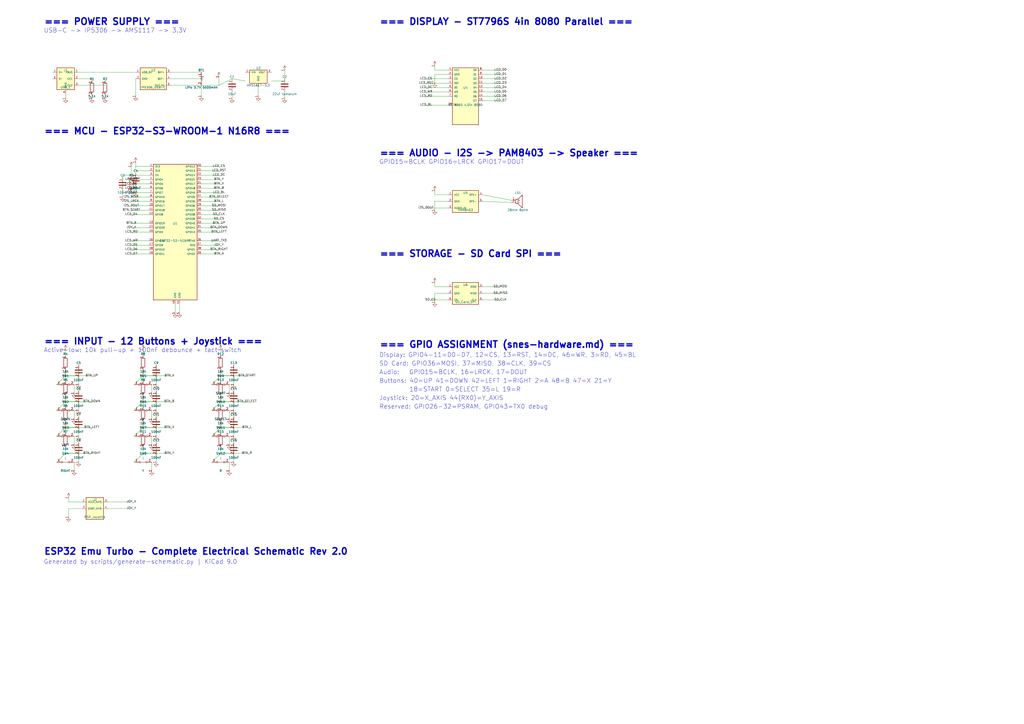
<source format=kicad_sch>
(kicad_sch (version 20231120) (generator "eeschema") (generator_version "9.0")
  (paper "A2")
  (lib_symbols
    (symbol "ESP32-S3-WROOM-1" (pin_names (offset 1.016))
      (property "Reference" "U" (at 0 40.64 0))
      (property "Value" "ESP32-S3-WROOM-1-N16R8" (at 0 -40.64 0))
      (symbol "ESP32-S3-WROOM-1_0_1"
        (rectangle (start -12.7 39.37) (end 12.7 -39.37) (stroke (width 0.254)) (fill (type background)))
      )
      (symbol "ESP32-S3-WROOM-1_1_1"
        (pin power_in line (at -15.24 38.1 0) (length 2.54) (name "3V3") (number "1"))
        (pin power_in line (at -15.24 35.56 0) (length 2.54) (name "3V3") (number "2"))
        (pin input line (at -15.24 33.02 0) (length 2.54) (name "EN") (number "3"))
        (pin bidirectional line (at -15.24 30.48 0) (length 2.54) (name "GPIO4") (number "4"))
        (pin bidirectional line (at -15.24 27.94 0) (length 2.54) (name "GPIO5") (number "5"))
        (pin bidirectional line (at -15.24 25.4 0) (length 2.54) (name "GPIO6") (number "6"))
        (pin bidirectional line (at -15.24 22.86 0) (length 2.54) (name "GPIO7") (number "7"))
        (pin bidirectional line (at -15.24 20.32 0) (length 2.54) (name "GPIO15") (number "8"))
        (pin bidirectional line (at -15.24 17.78 0) (length 2.54) (name "GPIO16") (number "9"))
        (pin bidirectional line (at -15.24 15.24 0) (length 2.54) (name "GPIO17") (number "10"))
        (pin bidirectional line (at -15.24 12.7 0) (length 2.54) (name "GPIO18") (number "11"))
        (pin bidirectional line (at -15.24 10.16 0) (length 2.54) (name "GPIO8") (number "12"))
        (pin bidirectional line (at -15.24 5.08 0) (length 2.54) (name "GPIO19") (number "13"))
        (pin bidirectional line (at -15.24 2.54 0) (length 2.54) (name "GPIO20") (number "14"))
        (pin bidirectional line (at -15.24 0 0) (length 2.54) (name "GPIO3") (number "15"))
        (pin bidirectional line (at -15.24 -5.08 0) (length 2.54) (name "GPIO46") (number "16"))
        (pin bidirectional line (at -15.24 -7.62 0) (length 2.54) (name "GPIO9") (number "17"))
        (pin bidirectional line (at -15.24 -10.16 0) (length 2.54) (name "GPIO10") (number "18"))
        (pin bidirectional line (at -15.24 -12.7 0) (length 2.54) (name "GPIO11") (number "19"))
        (pin bidirectional line (at 15.24 38.1 180) (length 2.54) (name "GPIO12") (number "20"))
        (pin bidirectional line (at 15.24 35.56 180) (length 2.54) (name "GPIO13") (number "21"))
        (pin bidirectional line (at 15.24 33.02 180) (length 2.54) (name "GPIO14") (number "22"))
        (pin bidirectional line (at 15.24 30.48 180) (length 2.54) (name "GPIO21") (number "23"))
        (pin bidirectional line (at 15.24 27.94 180) (length 2.54) (name "GPIO47") (number "24"))
        (pin bidirectional line (at 15.24 25.4 180) (length 2.54) (name "GPIO48") (number "25"))
        (pin bidirectional line (at 15.24 22.86 180) (length 2.54) (name "GPIO45") (number "26"))
        (pin bidirectional line (at 15.24 20.32 180) (length 2.54) (name "GPIO0") (number "27"))
        (pin bidirectional line (at 15.24 17.78 180) (length 2.54) (name "GPIO35") (number "28"))
        (pin bidirectional line (at 15.24 15.24 180) (length 2.54) (name "GPIO36") (number "29"))
        (pin bidirectional line (at 15.24 12.7 180) (length 2.54) (name "GPIO37") (number "30"))
        (pin bidirectional line (at 15.24 10.16 180) (length 2.54) (name "GPIO38") (number "31"))
        (pin bidirectional line (at 15.24 7.62 180) (length 2.54) (name "GPIO39") (number "32"))
        (pin bidirectional line (at 15.24 5.08 180) (length 2.54) (name "GPIO40") (number "33"))
        (pin bidirectional line (at 15.24 2.54 180) (length 2.54) (name "GPIO41") (number "34"))
        (pin bidirectional line (at 15.24 0 180) (length 2.54) (name "GPIO42") (number "35"))
        (pin bidirectional line (at 15.24 -5.08 180) (length 2.54) (name "TX0") (number "36"))
        (pin bidirectional line (at 15.24 -7.62 180) (length 2.54) (name "RX0") (number "37"))
        (pin bidirectional line (at 15.24 -10.16 180) (length 2.54) (name "GPIO1") (number "38"))
        (pin bidirectional line (at 15.24 -12.7 180) (length 2.54) (name "GPIO2") (number "39"))
        (pin power_in line (at 0 -41.91 90) (length 2.54) (name "GND") (number "40"))
        (pin power_in line (at 2.54 -41.91 90) (length 2.54) (name "GND") (number "41"))
      )
    )
    (symbol "AMS1117-3.3" (pin_names (offset 1.016))
      (property "Reference" "U" (at 0 5.08 0))
      (property "Value" "AMS1117-3.3" (at 0 -5.08 0))
      (symbol "AMS1117-3.3_0_1"
        (rectangle (start -5.08 3.81) (end 5.08 -3.81) (stroke (width 0.254)) (fill (type background)))
      )
      (symbol "AMS1117-3.3_1_1"
        (pin power_in line (at -7.62 2.54 0) (length 2.54) (name "VIN") (number "1"))
        (pin power_in line (at 0 -6.35 90) (length 2.54) (name "GND") (number "2"))
        (pin power_out line (at 7.62 2.54 180) (length 2.54) (name "VOUT") (number "3"))
      )
    )
    (symbol "C" (pin_names (offset 0.254) hide)
      (property "Reference" "C" (at 0.635 2.54 0))
      (property "Value" "C" (at 0.635 -2.54 0))
      (symbol "C_0_1"
        (polyline (pts (xy -2.032 -0.762) (xy 2.032 -0.762)) (stroke (width 0.508)))
        (polyline (pts (xy -2.032 0.762) (xy 2.032 0.762)) (stroke (width 0.508)))
      )
      (symbol "C_1_1"
        (pin passive line (at 0 3.81 270) (length 3.048) (name "~") (number "1"))
        (pin passive line (at 0 -3.81 90) (length 3.048) (name "~") (number "2"))
      )
    )
    (symbol "R" (pin_names (offset 0) hide)
      (property "Reference" "R" (at 2.032 0 90))
      (property "Value" "R" (at -1.778 0 90))
      (symbol "R_0_1"
        (rectangle (start -1.016 -2.54) (end 1.016 2.54) (stroke (width 0.254)))
      )
      (symbol "R_1_1"
        (pin passive line (at 0 3.81 270) (length 1.27) (name "~") (number "1"))
        (pin passive line (at 0 -3.81 90) (length 1.27) (name "~") (number "2"))
      )
    )
    (symbol "SW_Push" (pin_names (offset 1.016) hide)
      (property "Reference" "SW" (at 1.27 2.54 0))
      (property "Value" "SW_Push" (at 0 -1.524 0))
      (symbol "SW_Push_0_1"
        (circle (center -2.032 0) (radius 0.508))
        (circle (center 2.032 0) (radius 0.508))
        (polyline (pts (xy 0 1.524) (xy 0 3.048)))
        (polyline (pts (xy -2.54 0) (xy 2.54 0)))
      )
      (symbol "SW_Push_1_1"
        (pin passive line (at -5.08 0 0) (length 2.54) (name "1") (number "1"))
        (pin passive line (at 5.08 0 180) (length 2.54) (name "2") (number "2"))
      )
    )
    (symbol "IP5306_Module" (pin_names (offset 1.016))
      (property "Reference" "U" (at 0 7.62 0))
      (property "Value" "IP5306_USB-C_Module" (at 0 -7.62 0))
      (symbol "IP5306_Module_0_1"
        (rectangle (start -7.62 6.35) (end 7.62 -6.35) (stroke (width 0.254)) (fill (type background)))
      )
      (symbol "IP5306_Module_1_1"
        (pin power_in line (at -10.16 3.81 0) (length 2.54) (name "USB_5V") (number "1"))
        (pin power_in line (at -10.16 0 0) (length 2.54) (name "GND") (number "2"))
        (pin bidirectional line (at 10.16 3.81 180) (length 2.54) (name "BAT+") (number "3"))
        (pin bidirectional line (at 10.16 0 180) (length 2.54) (name "BAT-") (number "4"))
        (pin power_out line (at 10.16 -3.81 180) (length 2.54) (name "OUT_5V") (number "5"))
      )
    )
    (symbol "PAM8403_Module" (pin_names (offset 1.016))
      (property "Reference" "U" (at 0 7.62 0))
      (property "Value" "PAM8403" (at 0 -7.62 0))
      (symbol "PAM8403_Module_0_1"
        (rectangle (start -7.62 6.35) (end 7.62 -6.35) (stroke (width 0.254)) (fill (type background)))
      )
      (symbol "PAM8403_Module_1_1"
        (pin power_in line (at -10.16 3.81 0) (length 2.54) (name "VCC") (number "1"))
        (pin power_in line (at -10.16 0 0) (length 2.54) (name "GND") (number "2"))
        (pin input line (at -10.16 -3.81 0) (length 2.54) (name "AUDIO_IN") (number "3"))
        (pin output line (at 10.16 3.81 180) (length 2.54) (name "SPK+") (number "4"))
        (pin output line (at 10.16 0 180) (length 2.54) (name "SPK-") (number "5"))
      )
    )
    (symbol "SD_Module" (pin_names (offset 1.016))
      (property "Reference" "U" (at 0 7.62 0))
      (property "Value" "SD_Card_SPI" (at 0 -7.62 0))
      (symbol "SD_Module_0_1"
        (rectangle (start -7.62 6.35) (end 7.62 -6.35) (stroke (width 0.254)) (fill (type background)))
      )
      (symbol "SD_Module_1_1"
        (pin power_in line (at -10.16 3.81 0) (length 2.54) (name "VCC") (number "1"))
        (pin power_in line (at -10.16 0 0) (length 2.54) (name "GND") (number "2"))
        (pin input line (at 10.16 3.81 180) (length 2.54) (name "MOSI") (number "3"))
        (pin output line (at 10.16 0 180) (length 2.54) (name "MISO") (number "4"))
        (pin input line (at 10.16 -3.81 180) (length 2.54) (name "CLK") (number "5"))
        (pin input line (at -10.16 -3.81 0) (length 2.54) (name "CS") (number "6"))
      )
    )
    (symbol "ST7796S_Module" (pin_names (offset 1.016))
      (property "Reference" "U" (at 0 17.78 0))
      (property "Value" "ST7796S_4.0_8080" (at 0 -17.78 0))
      (symbol "ST7796S_Module_0_1"
        (rectangle (start -7.62 16.51) (end 7.62 -16.51) (stroke (width 0.254)) (fill (type background)))
      )
      (symbol "ST7796S_Module_1_1"
        (pin power_in line (at -10.16 15.24 0) (length 2.54) (name "VCC") (number "1"))
        (pin power_in line (at -10.16 12.7 0) (length 2.54) (name "GND") (number "2"))
        (pin input line (at -10.16 10.16 0) (length 2.54) (name "CS") (number "3"))
        (pin input line (at -10.16 7.62 0) (length 2.54) (name "RST") (number "4"))
        (pin input line (at -10.16 5.08 0) (length 2.54) (name "DC") (number "5"))
        (pin input line (at -10.16 2.54 0) (length 2.54) (name "WR") (number "6"))
        (pin input line (at -10.16 0 0) (length 2.54) (name "RD") (number "7"))
        (pin bidirectional line (at 10.16 15.24 180) (length 2.54) (name "D0") (number "8"))
        (pin bidirectional line (at 10.16 12.7 180) (length 2.54) (name "D1") (number "9"))
        (pin bidirectional line (at 10.16 10.16 180) (length 2.54) (name "D2") (number "10"))
        (pin bidirectional line (at 10.16 7.62 180) (length 2.54) (name "D3") (number "11"))
        (pin bidirectional line (at 10.16 5.08 180) (length 2.54) (name "D4") (number "12"))
        (pin bidirectional line (at 10.16 2.54 180) (length 2.54) (name "D5") (number "13"))
        (pin bidirectional line (at 10.16 0 180) (length 2.54) (name "D6") (number "14"))
        (pin bidirectional line (at 10.16 -2.54 180) (length 2.54) (name "D7") (number "15"))
        (pin input line (at -10.16 -5.08 0) (length 2.54) (name "BL") (number "16"))
      )
    )
    (symbol "Battery" (pin_names (offset 1.016))
      (property "Reference" "BT" (at 2.54 2.54 0))
      (property "Value" "LiPo" (at 0 -5.08 0))
      (symbol "Battery_0_1"
        (polyline (pts (xy -1.27 1.27) (xy 1.27 1.27)) (stroke (width 0.254)))
        (polyline (pts (xy -0.635 0.254) (xy 0.635 0.254)) (stroke (width 0.254)))
      )
      (symbol "Battery_1_1"
        (pin passive line (at 0 3.81 270) (length 2.54) (name "+") (number "1"))
        (pin passive line (at 0 -3.81 90) (length 2.54) (name "-") (number "2"))
      )
    )
    (symbol "USB_C" (pin_names (offset 1.016))
      (property "Reference" "J" (at 0 7.62 0))
      (property "Value" "USB_C" (at 0 -7.62 0))
      (symbol "USB_C_0_1"
        (rectangle (start -5.08 6.35) (end 5.08 -6.35) (stroke (width 0.254)) (fill (type background)))
      )
      (symbol "USB_C_1_1"
        (pin power_out line (at 7.62 3.81 180) (length 2.54) (name "VBUS") (number "1"))
        (pin passive line (at 7.62 0 180) (length 2.54) (name "CC1") (number "2"))
        (pin passive line (at 7.62 -3.81 180) (length 2.54) (name "CC2") (number "3"))
        (pin bidirectional line (at -7.62 3.81 0) (length 2.54) (name "D+") (number "4"))
        (pin bidirectional line (at -7.62 0 0) (length 2.54) (name "D-") (number "5"))
        (pin power_in line (at 0 -8.89 90) (length 2.54) (name "GND") (number "6"))
      )
    )
    (symbol "Speaker" (pin_names (offset 1.016))
      (property "Reference" "LS" (at 2.54 2.54 0))
      (property "Value" "Speaker" (at 0 -5.08 0))
      (symbol "Speaker_0_1"
        (rectangle (start -1.27 1.27) (end 0 -1.27) (stroke (width 0.254)))
        (polyline (pts (xy 0 1.27) (xy 2.54 3.81) (xy 2.54 -3.81) (xy 0 -1.27)) (stroke (width 0.254)))
      )
      (symbol "Speaker_1_1"
        (pin passive line (at -3.81 0.635 0) (length 2.54) (name "+") (number "1"))
        (pin passive line (at -3.81 -0.635 0) (length 2.54) (name "-") (number "2"))
      )
    )
    (symbol "PSP_Joystick" (pin_names (offset 1.016))
      (property "Reference" "J" (at 0 7.62 0))
      (property "Value" "PSP_Joystick" (at 0 -7.62 0))
      (symbol "PSP_Joystick_0_1"
        (rectangle (start -5.08 6.35) (end 5.08 -6.35) (stroke (width 0.254)) (fill (type background)))
      )
      (symbol "PSP_Joystick_1_1"
        (pin power_in line (at -7.62 3.81 0) (length 2.54) (name "VCC") (number "1"))
        (pin power_in line (at -7.62 0 0) (length 2.54) (name "GND") (number "2"))
        (pin output line (at 7.62 3.81 180) (length 2.54) (name "X_AXIS") (number "3"))
        (pin output line (at 7.62 0 180) (length 2.54) (name "Y_AXIS") (number "4"))
      )
    )
    (symbol "PWR_FLAG" (pin_names (offset 0) hide) (in_bom no) (on_board no)
      (property "Value" "PWR_FLAG" (at 0 3.81 0))
      (symbol "PWR_FLAG_0_0"
        (pin power_out line (at 0 0 90) (length 0) (name "pwr") (number "1"))
      )
    )
    (symbol "GND" (pin_names (offset 0) hide) (in_bom no) (on_board no)
      (property "Value" "GND" (at 0 -3.81 0))
      (symbol "GND_0_1"
        (polyline (pts (xy 0 0) (xy 0 -1.27) (xy 1.27 -1.27) (xy 0 -2.54) (xy -1.27 -1.27) (xy 0 -1.27)))
      )
      (symbol "GND_1_1"
        (pin power_in line (at 0 0 270) (length 0) (name "GND") (number "1"))
      )
    )
    (symbol "+3V3" (pin_names (offset 0) hide) (in_bom no) (on_board no)
      (property "Value" "+3V3" (at 0 3.81 0))
      (symbol "+3V3_0_1"
        (polyline (pts (xy -0.762 1.27) (xy 0 2.54)))
        (polyline (pts (xy 0 0) (xy 0 2.54)))
        (polyline (pts (xy 0 2.54) (xy 0.762 1.27)))
      )
      (symbol "+3V3_1_1"
        (pin power_in line (at 0 0 90) (length 0) (name "+3V3") (number "1"))
      )
    )
    (symbol "+5V" (pin_names (offset 0) hide) (in_bom no) (on_board no)
      (property "Value" "+5V" (at 0 3.81 0))
      (symbol "+5V_0_1"
        (polyline (pts (xy -0.762 1.27) (xy 0 2.54)))
        (polyline (pts (xy 0 0) (xy 0 2.54)))
        (polyline (pts (xy 0 2.54) (xy 0.762 1.27)))
      )
      (symbol "+5V_1_1"
        (pin power_in line (at 0 0 90) (length 0) (name "+5V") (number "1"))
      )
    )
  )
  (text "=== POWER SUPPLY ===" (at 25.4 12.7 0) (effects (font (size 3.81 3.81) bold) (justify left)))
  (text "USB-C -> IP5306 -> AMS1117 -> 3.3V" (at 25.4 17.78 0) (effects (font (size 2.54 2.54)) (justify left)))
  (symbol (lib_id "USB_C") (at 38.1 45.72 0) (unit 1)
    (property "Reference" "J1" (at 38.1 40.72 0))
    (property "Value" "USB_C" (at 38.1 50.72 0))
  )
  (symbol (lib_id "R") (at 53.34 50.8 0) (unit 1)
    (property "Reference" "R1" (at 53.34 45.8 0))
    (property "Value" "5.1k" (at 53.34 55.8 0))
  )
  (symbol (lib_id "R") (at 60.96 50.8 0) (unit 1)
    (property "Reference" "R2" (at 60.96 45.8 0))
    (property "Value" "5.1k" (at 60.96 55.8 0))
  )
  (wire (pts (xy 45.72 45.72) (xy 53.34 45.72)))
  (wire (pts (xy 53.34 45.72) (xy 53.34 46.99)))
  (wire (pts (xy 45.72 49.53) (xy 60.96 49.53)))
  (wire (pts (xy 60.96 49.53) (xy 60.96 46.99)))
  (symbol (lib_id "GND") (at 53.34 57.15 0) (unit 1) (in_bom no) (on_board no)
    (property "Reference" "#PWR001" (effects hide))
    (property "Value" "GND" (effects hide))
  )
  (wire (pts (xy 53.34 54.61) (xy 53.34 57.15)))
  (symbol (lib_id "GND") (at 60.96 57.15 0) (unit 1) (in_bom no) (on_board no)
    (property "Reference" "#PWR002" (effects hide))
    (property "Value" "GND" (effects hide))
  )
  (wire (pts (xy 60.96 54.61) (xy 60.96 57.15)))
  (symbol (lib_id "GND") (at 38.1 57.15 0) (unit 1) (in_bom no) (on_board no)
    (property "Reference" "#PWR003" (effects hide))
    (property "Value" "GND" (effects hide))
  )
  (wire (pts (xy 38.1 54.61) (xy 38.1 57.15)))
  (wire (pts (xy 45.72 41.91) (xy 78.74 41.91)))
  (symbol (lib_id "IP5306_Module") (at 88.9 45.72 0) (unit 1)
    (property "Reference" "U2" (at 88.9 40.72 0))
    (property "Value" "IP5306_USB-C" (at 88.9 50.72 0))
  )
  (symbol (lib_id "GND") (at 78.74 55.88 0) (unit 1) (in_bom no) (on_board no)
    (property "Reference" "#PWR004" (effects hide))
    (property "Value" "GND" (effects hide))
  )
  (wire (pts (xy 78.74 45.72) (xy 78.74 55.88)))
  (symbol (lib_id "Battery") (at 116.84 45.72 0) (unit 1)
    (property "Reference" "BT1" (at 116.84 40.72 0))
    (property "Value" "LiPo 3.7V 5000mAh" (at 116.84 50.72 0))
  )
  (wire (pts (xy 99.06 41.91) (xy 116.84 41.91)))
  (wire (pts (xy 116.84 41.91) (xy 116.84 41.91)))
  (wire (pts (xy 99.06 45.72) (xy 116.84 45.72)))
  (symbol (lib_id "GND") (at 116.84 55.88 0) (unit 1) (in_bom no) (on_board no)
    (property "Reference" "#PWR005" (effects hide))
    (property "Value" "GND" (effects hide))
  )
  (wire (pts (xy 116.84 49.53) (xy 116.84 55.88)))
  (wire (pts (xy 99.06 49.53) (xy 127 49.53)))
  (symbol (lib_id "+5V") (at 127 44.45 0) (unit 1) (in_bom no) (on_board no)
    (property "Reference" "#PWR006" (effects hide))
    (property "Value" "+5V" (effects hide))
  )
  (wire (pts (xy 127 44.45) (xy 127 49.53)))
  (symbol (lib_id "C") (at 134.62 49.53 0) (unit 1)
    (property "Reference" "C1" (at 134.62 44.53 0))
    (property "Value" "10uF" (at 134.62 54.53 0))
  )
  (wire (pts (xy 127 49.53) (xy 134.62 45.72)))
  (symbol (lib_id "GND") (at 134.62 57.15 0) (unit 1) (in_bom no) (on_board no)
    (property "Reference" "#PWR007" (effects hide))
    (property "Value" "GND" (effects hide))
  )
  (wire (pts (xy 134.62 53.34) (xy 134.62 57.15)))
  (symbol (lib_id "AMS1117-3.3") (at 149.86 44.45 0) (unit 1)
    (property "Reference" "U3" (at 149.86 39.45 0))
    (property "Value" "AMS1117-3.3" (at 149.86 49.45 0))
  )
  (wire (pts (xy 134.62 45.72) (xy 142.24 46.99)))
  (symbol (lib_id "GND") (at 149.86 55.88 0) (unit 1) (in_bom no) (on_board no)
    (property "Reference" "#PWR008" (effects hide))
    (property "Value" "GND" (effects hide))
  )
  (wire (pts (xy 149.86 50.8) (xy 149.86 55.88)))
  (symbol (lib_id "C") (at 165.1 49.53 0) (unit 1)
    (property "Reference" "C2" (at 165.1 44.53 0))
    (property "Value" "22uF tantalum" (at 165.1 54.53 0))
  )
  (wire (pts (xy 157.48 46.99) (xy 165.1 46.99)))
  (wire (pts (xy 165.1 46.99) (xy 165.1 45.72)))
  (symbol (lib_id "GND") (at 165.1 57.15 0) (unit 1) (in_bom no) (on_board no)
    (property "Reference" "#PWR009" (effects hide))
    (property "Value" "GND" (effects hide))
  )
  (wire (pts (xy 165.1 53.34) (xy 165.1 57.15)))
  (symbol (lib_id "+3V3") (at 165.1 40.64 0) (unit 1) (in_bom no) (on_board no)
    (property "Reference" "#PWR010" (effects hide))
    (property "Value" "+3V3" (effects hide))
  )
  (wire (pts (xy 165.1 40.64) (xy 165.1 45.72)))
  (text "=== MCU - ESP32-S3-WROOM-1 N16R8 ===" (at 25.4 76.2 0) (effects (font (size 3.81 3.81) bold) (justify left)))
  (symbol (lib_id "ESP32-S3-WROOM-1") (at 101.6 134.62 0) (unit 1)
    (property "Reference" "U1" (at 101.6 129.62 0))
    (property "Value" "ESP32-S3-N16R8" (at 101.6 139.62 0))
  )
  (wire (pts (xy 86.36 96.52000000000001) (xy 78.74 96.52000000000001)))
  (symbol (lib_id "+3V3") (at 78.74 93.98 0) (unit 1) (in_bom no) (on_board no)
    (property "Reference" "#PWR011" (effects hide))
    (property "Value" "+3V3" (effects hide))
  )
  (wire (pts (xy 78.74 93.98) (xy 78.74 96.52000000000001)))
  (wire (pts (xy 86.36 99.06) (xy 78.74 99.06)))
  (wire (pts (xy 78.74 96.52000000000001) (xy 78.74 99.06)))
  (symbol (lib_id "R") (at 76.2 106.68 0) (unit 1)
    (property "Reference" "R3" (at 76.2 101.68 0))
    (property "Value" "10k" (at 76.2 111.68 0))
  )
  (wire (pts (xy 86.36 101.6) (xy 76.2 101.6)))
  (wire (pts (xy 76.2 101.6) (xy 76.2 102.87)))
  (symbol (lib_id "+3V3") (at 76.2 96.52000000000001 0) (unit 1) (in_bom no) (on_board no)
    (property "Reference" "#PWR012" (effects hide))
    (property "Value" "+3V3" (effects hide))
  )
  (wire (pts (xy 76.2 96.52000000000001) (xy 76.2 110.49000000000001)))
  (symbol (lib_id "C") (at 71.12 106.68 0) (unit 1)
    (property "Reference" "C3" (at 71.12 101.68 0))
    (property "Value" "100nF" (at 71.12 111.68 0))
  )
  (wire (pts (xy 76.2 101.6) (xy 71.12 101.6)))
  (wire (pts (xy 71.12 101.6) (xy 71.12 110.49000000000001)))
  (symbol (lib_id "GND") (at 71.12 114.30000000000001 0) (unit 1) (in_bom no) (on_board no)
    (property "Reference" "#PWR013" (effects hide))
    (property "Value" "GND" (effects hide))
  )
  (wire (pts (xy 71.12 110.49000000000001) (xy 71.12 114.30000000000001)))
  (symbol (lib_id "C") (at 78.74 104.14 0) (unit 1)
    (property "Reference" "C4" (at 78.74 99.14 0))
    (property "Value" "100nF" (at 78.74 109.14 0))
  )
  (symbol (lib_id "GND") (at 78.74 111.76 0) (unit 1) (in_bom no) (on_board no)
    (property "Reference" "#PWR014" (effects hide))
    (property "Value" "GND" (effects hide))
  )
  (wire (pts (xy 78.74 107.95) (xy 78.74 111.76)))
  (wire (pts (xy 101.6 176.53) (xy 101.6 181.61)))
  (symbol (lib_id "GND") (at 101.6 181.61 0) (unit 1) (in_bom no) (on_board no)
    (property "Reference" "#PWR015" (effects hide))
    (property "Value" "GND" (effects hide))
  )
  (wire (pts (xy 104.14 176.53) (xy 104.14 181.61)))
  (symbol (lib_id "GND") (at 104.14 181.61 0) (unit 1) (in_bom no) (on_board no)
    (property "Reference" "#PWR016" (effects hide))
    (property "Value" "GND" (effects hide))
  )
  (wire (pts (xy 86.36 104.14) (xy 76.2 104.14)))
  (label "LCD_D0" (at 76.2 104.14 180))
  (wire (pts (xy 86.36 106.68) (xy 76.2 106.68)))
  (label "LCD_D1" (at 76.2 106.68 180))
  (wire (pts (xy 86.36 109.22) (xy 76.2 109.22)))
  (label "LCD_D2" (at 76.2 109.22 180))
  (wire (pts (xy 86.36 111.76) (xy 76.2 111.76)))
  (label "LCD_D3" (at 76.2 111.76 180))
  (wire (pts (xy 86.36 114.30000000000001) (xy 76.2 114.30000000000001)))
  (label "I2S_BCLK" (at 76.2 114.30000000000001 180))
  (wire (pts (xy 86.36 116.84) (xy 76.2 116.84)))
  (label "I2S_LRCK" (at 76.2 116.84 180))
  (wire (pts (xy 86.36 119.38000000000001) (xy 76.2 119.38000000000001)))
  (label "I2S_DOUT" (at 76.2 119.38000000000001 180))
  (wire (pts (xy 86.36 121.92) (xy 76.2 121.92)))
  (label "BTN_START" (at 76.2 121.92 180))
  (wire (pts (xy 86.36 124.46000000000001) (xy 76.2 124.46000000000001)))
  (label "LCD_D4" (at 76.2 124.46000000000001 180))
  (wire (pts (xy 86.36 129.54) (xy 76.2 129.54)))
  (label "BTN_R" (at 76.2 129.54 180))
  (wire (pts (xy 86.36 132.08) (xy 76.2 132.08)))
  (label "JOY_X" (at 76.2 132.08 180))
  (wire (pts (xy 86.36 134.62) (xy 76.2 134.62)))
  (label "LCD_RD" (at 76.2 134.62 180))
  (wire (pts (xy 86.36 139.70000000000002) (xy 76.2 139.70000000000002)))
  (label "LCD_WR" (at 76.2 139.70000000000002 180))
  (wire (pts (xy 86.36 142.24) (xy 76.2 142.24)))
  (label "LCD_D5" (at 76.2 142.24 180))
  (wire (pts (xy 86.36 144.78) (xy 76.2 144.78)))
  (label "LCD_D6" (at 76.2 144.78 180))
  (wire (pts (xy 86.36 147.32) (xy 76.2 147.32)))
  (label "LCD_D7" (at 76.2 147.32 180))
  (wire (pts (xy 116.83999999999999 96.52000000000001) (xy 126.99999999999999 96.52000000000001)))
  (label "LCD_CS" (at 126.99999999999999 96.52000000000001 0))
  (wire (pts (xy 116.83999999999999 99.06) (xy 126.99999999999999 99.06)))
  (label "LCD_RST" (at 126.99999999999999 99.06 0))
  (wire (pts (xy 116.83999999999999 101.6) (xy 126.99999999999999 101.6)))
  (label "LCD_DC" (at 126.99999999999999 101.6 0))
  (wire (pts (xy 116.83999999999999 104.14) (xy 126.99999999999999 104.14)))
  (label "BTN_Y" (at 126.99999999999999 104.14 0))
  (wire (pts (xy 116.83999999999999 106.68) (xy 126.99999999999999 106.68)))
  (label "BTN_X" (at 126.99999999999999 106.68 0))
  (wire (pts (xy 116.83999999999999 109.22) (xy 126.99999999999999 109.22)))
  (label "BTN_B" (at 126.99999999999999 109.22 0))
  (wire (pts (xy 116.83999999999999 111.76) (xy 126.99999999999999 111.76)))
  (label "LCD_BL" (at 126.99999999999999 111.76 0))
  (wire (pts (xy 116.83999999999999 114.30000000000001) (xy 126.99999999999999 114.30000000000001)))
  (label "BTN_SELECT" (at 126.99999999999999 114.30000000000001 0))
  (wire (pts (xy 116.83999999999999 116.84) (xy 126.99999999999999 116.84)))
  (label "BTN_L" (at 126.99999999999999 116.84 0))
  (wire (pts (xy 116.83999999999999 119.38000000000001) (xy 126.99999999999999 119.38000000000001)))
  (label "SD_MOSI" (at 126.99999999999999 119.38000000000001 0))
  (wire (pts (xy 116.83999999999999 121.92) (xy 126.99999999999999 121.92)))
  (label "SD_MISO" (at 126.99999999999999 121.92 0))
  (wire (pts (xy 116.83999999999999 124.46000000000001) (xy 126.99999999999999 124.46000000000001)))
  (label "SD_CLK" (at 126.99999999999999 124.46000000000001 0))
  (wire (pts (xy 116.83999999999999 127.0) (xy 126.99999999999999 127.0)))
  (label "SD_CS" (at 126.99999999999999 127.0 0))
  (wire (pts (xy 116.83999999999999 129.54) (xy 126.99999999999999 129.54)))
  (label "BTN_UP" (at 126.99999999999999 129.54 0))
  (wire (pts (xy 116.83999999999999 132.08) (xy 126.99999999999999 132.08)))
  (label "BTN_DOWN" (at 126.99999999999999 132.08 0))
  (wire (pts (xy 116.83999999999999 134.62) (xy 126.99999999999999 134.62)))
  (label "BTN_LEFT" (at 126.99999999999999 134.62 0))
  (wire (pts (xy 116.83999999999999 139.70000000000002) (xy 126.99999999999999 139.70000000000002)))
  (label "UART_TX0" (at 126.99999999999999 139.70000000000002 0))
  (wire (pts (xy 116.83999999999999 142.24) (xy 126.99999999999999 142.24)))
  (label "JOY_Y" (at 126.99999999999999 142.24 0))
  (wire (pts (xy 116.83999999999999 144.78) (xy 126.99999999999999 144.78)))
  (label "BTN_RIGHT" (at 126.99999999999999 144.78 0))
  (wire (pts (xy 116.83999999999999 147.32) (xy 126.99999999999999 147.32)))
  (label "BTN_A" (at 126.99999999999999 147.32 0))
  (text "=== DISPLAY - ST7796S 4in 8080 Parallel ===" (at 220 12.7 0) (effects (font (size 3.81 3.81) bold) (justify left)))
  (symbol (lib_id "ST7796S_Module") (at 270 55.88 0) (unit 1)
    (property "Reference" "U4" (at 270 50.88 0))
    (property "Value" "ST7796S 4.0in 8080" (at 270 60.88 0))
  )
  (symbol (lib_id "+3V3") (at 252.22 38.1 0) (unit 1) (in_bom no) (on_board no)
    (property "Reference" "#PWR017" (effects hide))
    (property "Value" "+3V3" (effects hide))
  )
  (wire (pts (xy 252.22 38.1) (xy 252.22 40.64)))
  (wire (pts (xy 259.84 40.64) (xy 252.22 40.64)))
  (symbol (lib_id "GND") (at 252.22 48.260000000000005 0) (unit 1) (in_bom no) (on_board no)
    (property "Reference" "#PWR018" (effects hide))
    (property "Value" "GND" (effects hide))
  )
  (wire (pts (xy 252.22 48.260000000000005) (xy 252.22 43.18000000000001)))
  (wire (pts (xy 259.84 43.18000000000001) (xy 252.22 43.18000000000001)))
  (wire (pts (xy 259.84 45.72) (xy 247.14 45.72)))
  (label "LCD_CS" (at 247.14 45.72 180))
  (wire (pts (xy 259.84 48.260000000000005) (xy 247.14 48.260000000000005)))
  (label "LCD_RST" (at 247.14 48.260000000000005 180))
  (wire (pts (xy 259.84 50.800000000000004) (xy 247.14 50.800000000000004)))
  (label "LCD_DC" (at 247.14 50.800000000000004 180))
  (wire (pts (xy 259.84 53.34) (xy 247.14 53.34)))
  (label "LCD_WR" (at 247.14 53.34 180))
  (wire (pts (xy 259.84 55.88) (xy 247.14 55.88)))
  (label "LCD_RD" (at 247.14 55.88 180))
  (wire (pts (xy 259.84 60.96) (xy 247.14 60.96)))
  (label "LCD_BL" (at 247.14 60.96 180))
  (wire (pts (xy 280.16 40.64) (xy 290.32 40.64)))
  (label "LCD_D0" (at 290.32 40.64 0))
  (wire (pts (xy 280.16 43.18000000000001) (xy 290.32 43.18000000000001)))
  (label "LCD_D1" (at 290.32 43.18000000000001 0))
  (wire (pts (xy 280.16 45.72) (xy 290.32 45.72)))
  (label "LCD_D2" (at 290.32 45.72 0))
  (wire (pts (xy 280.16 48.260000000000005) (xy 290.32 48.260000000000005)))
  (label "LCD_D3" (at 290.32 48.260000000000005 0))
  (wire (pts (xy 280.16 50.800000000000004) (xy 290.32 50.800000000000004)))
  (label "LCD_D4" (at 290.32 50.800000000000004 0))
  (wire (pts (xy 280.16 53.34) (xy 290.32 53.34)))
  (label "LCD_D5" (at 290.32 53.34 0))
  (wire (pts (xy 280.16 55.88) (xy 290.32 55.88)))
  (label "LCD_D6" (at 290.32 55.88 0))
  (wire (pts (xy 280.16 58.42) (xy 290.32 58.42)))
  (label "LCD_D7" (at 290.32 58.42 0))
  (text "=== AUDIO - I2S -> PAM8403 -> Speaker ===" (at 220 88.9 0) (effects (font (size 3.81 3.81) bold) (justify left)))
  (text "GPIO15=BCLK GPIO16=LRCK GPIO17=DOUT" (at 220 93.98 0) (effects (font (size 2.54 2.54)) (justify left)))
  (symbol (lib_id "PAM8403_Module") (at 270 116.84 0) (unit 1)
    (property "Reference" "U5" (at 270 111.84 0))
    (property "Value" "PAM8403" (at 270 121.84 0))
  )
  (symbol (lib_id "+5V") (at 252.22 110.49000000000001 0) (unit 1) (in_bom no) (on_board no)
    (property "Reference" "#PWR019" (effects hide))
    (property "Value" "+5V" (effects hide))
  )
  (wire (pts (xy 252.22 110.49000000000001) (xy 252.22 113.03)))
  (wire (pts (xy 259.84 113.03) (xy 252.22 113.03)))
  (symbol (lib_id "GND") (at 252.22 121.92 0) (unit 1) (in_bom no) (on_board no)
    (property "Reference" "#PWR020" (effects hide))
    (property "Value" "GND" (effects hide))
  )
  (wire (pts (xy 252.22 121.92) (xy 252.22 116.84)))
  (wire (pts (xy 259.84 116.84) (xy 252.22 116.84)))
  (wire (pts (xy 259.84 120.65) (xy 247.14 120.65)))
  (label "I2S_DOUT" (at 247.14 120.65 180))
  (symbol (lib_id "Speaker") (at 300.48 116.84 0) (unit 1)
    (property "Reference" "LS1" (at 300.48 111.84 0))
    (property "Value" "28mm 8ohm" (at 300.48 121.84 0))
  )
  (wire (pts (xy 280.16 113.03) (xy 296.67 116.205)))
  (wire (pts (xy 280.16 116.84) (xy 296.67 117.47500000000001)))
  (text "=== STORAGE - SD Card SPI ===" (at 220 147.32 0) (effects (font (size 3.81 3.81) bold) (justify left)))
  (symbol (lib_id "SD_Module") (at 270 170.18 0) (unit 1)
    (property "Reference" "U6" (at 270 165.18 0))
    (property "Value" "SD_Card_SPI" (at 270 175.18 0))
  )
  (symbol (lib_id "+3V3") (at 252.22 163.83 0) (unit 1) (in_bom no) (on_board no)
    (property "Reference" "#PWR021" (effects hide))
    (property "Value" "+3V3" (effects hide))
  )
  (wire (pts (xy 252.22 163.83) (xy 252.22 166.37)))
  (wire (pts (xy 259.84 166.37) (xy 252.22 166.37)))
  (symbol (lib_id "GND") (at 252.22 175.26000000000002 0) (unit 1) (in_bom no) (on_board no)
    (property "Reference" "#PWR022" (effects hide))
    (property "Value" "GND" (effects hide))
  )
  (wire (pts (xy 252.22 175.26000000000002) (xy 252.22 170.18)))
  (wire (pts (xy 259.84 170.18) (xy 252.22 170.18)))
  (wire (pts (xy 280.16 166.37) (xy 290.32 166.37)))
  (label "SD_MOSI" (at 290.32 166.37 0))
  (wire (pts (xy 280.16 170.18) (xy 290.32 170.18)))
  (label "SD_MISO" (at 290.32 170.18 0))
  (wire (pts (xy 280.16 173.99) (xy 290.32 173.99)))
  (label "SD_CLK" (at 290.32 173.99 0))
  (wire (pts (xy 259.84 173.99) (xy 249.68 173.99)))
  (label "SD_CS" (at 249.68 173.99 180))
  (text "=== INPUT - 12 Buttons + Joystick ===" (at 25.4 198.12 0) (effects (font (size 3.81 3.81) bold) (justify left)))
  (text "Active-low: 10k pull-up + 100nF debounce + tact switch" (at 25.4 203.2 0) (effects (font (size 2.54 2.54)) (justify left)))
  (symbol (lib_id "R") (at 38 210.38 0) (unit 1)
    (property "Reference" "R4" (at 38 205.38 0))
    (property "Value" "10k" (at 38 215.38 0))
  )
  (symbol (lib_id "+3V3") (at 38 202.76 0) (unit 1) (in_bom no) (on_board no)
    (property "Reference" "#PWR023" (effects hide))
    (property "Value" "+3V3" (effects hide))
  )
  (wire (pts (xy 38 202.76) (xy 38 206.57)))
  (symbol (lib_id "C") (at 45.62 215.46 0) (unit 1)
    (property "Reference" "C5" (at 45.62 210.46 0))
    (property "Value" "100nF" (at 45.62 220.46 0))
  )
  (wire (pts (xy 38 214.19) (xy 38 218)))
  (wire (pts (xy 38 218) (xy 45.62 218)))
  (wire (pts (xy 45.62 218) (xy 45.62 219.27)))
  (symbol (lib_id "GND") (at 45.62 223.08 0) (unit 1) (in_bom no) (on_board no)
    (property "Reference" "#PWR024" (effects hide))
    (property "Value" "GND" (effects hide))
  )
  (wire (pts (xy 45.62 211.65) (xy 45.62 223.08)))
  (symbol (lib_id "SW_Push") (at 38 223.08 0) (unit 1)
    (property "Reference" "SW1" (at 38 218.08 0))
    (property "Value" "UP" (at 38 228.08 0))
  )
  (wire (pts (xy 38 218) (xy 32.92 223.08)))
  (symbol (lib_id "GND") (at 43.08 228.16 0) (unit 1) (in_bom no) (on_board no)
    (property "Reference" "#PWR025" (effects hide))
    (property "Value" "GND" (effects hide))
  )
  (wire (pts (xy 43.08 223.08) (xy 43.08 228.16)))
  (wire (pts (xy 38 218) (xy 53.24 218)))
  (label "BTN_UP" (at 53.24 218 0))
  (symbol (lib_id "R") (at 38 225.38 0) (unit 1)
    (property "Reference" "R5" (at 38 220.38 0))
    (property "Value" "10k" (at 38 230.38 0))
  )
  (symbol (lib_id "+3V3") (at 38 217.76 0) (unit 1) (in_bom no) (on_board no)
    (property "Reference" "#PWR026" (effects hide))
    (property "Value" "+3V3" (effects hide))
  )
  (wire (pts (xy 38 217.76) (xy 38 221.57)))
  (symbol (lib_id "C") (at 45.62 230.46 0) (unit 1)
    (property "Reference" "C6" (at 45.62 225.46 0))
    (property "Value" "100nF" (at 45.62 235.46 0))
  )
  (wire (pts (xy 38 229.19) (xy 38 233)))
  (wire (pts (xy 38 233) (xy 45.62 233)))
  (wire (pts (xy 45.62 233) (xy 45.62 234.27)))
  (symbol (lib_id "GND") (at 45.62 238.08 0) (unit 1) (in_bom no) (on_board no)
    (property "Reference" "#PWR027" (effects hide))
    (property "Value" "GND" (effects hide))
  )
  (wire (pts (xy 45.62 226.65) (xy 45.62 238.08)))
  (symbol (lib_id "SW_Push") (at 38 238.08 0) (unit 1)
    (property "Reference" "SW2" (at 38 233.08 0))
    (property "Value" "DOWN" (at 38 243.08 0))
  )
  (wire (pts (xy 38 233) (xy 32.92 238.08)))
  (symbol (lib_id "GND") (at 43.08 243.16 0) (unit 1) (in_bom no) (on_board no)
    (property "Reference" "#PWR028" (effects hide))
    (property "Value" "GND" (effects hide))
  )
  (wire (pts (xy 43.08 238.08) (xy 43.08 243.16)))
  (wire (pts (xy 38 233) (xy 53.24 233)))
  (label "BTN_DOWN" (at 53.24 233 0))
  (symbol (lib_id "R") (at 38 240.38 0) (unit 1)
    (property "Reference" "R6" (at 38 235.38 0))
    (property "Value" "10k" (at 38 245.38 0))
  )
  (symbol (lib_id "+3V3") (at 38 232.76 0) (unit 1) (in_bom no) (on_board no)
    (property "Reference" "#PWR029" (effects hide))
    (property "Value" "+3V3" (effects hide))
  )
  (wire (pts (xy 38 232.76) (xy 38 236.57)))
  (symbol (lib_id "C") (at 45.62 245.46 0) (unit 1)
    (property "Reference" "C7" (at 45.62 240.46 0))
    (property "Value" "100nF" (at 45.62 250.46 0))
  )
  (wire (pts (xy 38 244.19) (xy 38 248)))
  (wire (pts (xy 38 248) (xy 45.62 248)))
  (wire (pts (xy 45.62 248) (xy 45.62 249.27)))
  (symbol (lib_id "GND") (at 45.62 253.08 0) (unit 1) (in_bom no) (on_board no)
    (property "Reference" "#PWR030" (effects hide))
    (property "Value" "GND" (effects hide))
  )
  (wire (pts (xy 45.62 241.65) (xy 45.62 253.08)))
  (symbol (lib_id "SW_Push") (at 38 253.08 0) (unit 1)
    (property "Reference" "SW3" (at 38 248.08 0))
    (property "Value" "LEFT" (at 38 258.08000000000004 0))
  )
  (wire (pts (xy 38 248) (xy 32.92 253.08)))
  (symbol (lib_id "GND") (at 43.08 258.16 0) (unit 1) (in_bom no) (on_board no)
    (property "Reference" "#PWR031" (effects hide))
    (property "Value" "GND" (effects hide))
  )
  (wire (pts (xy 43.08 253.08) (xy 43.08 258.16)))
  (wire (pts (xy 38 248) (xy 53.24 248)))
  (label "BTN_LEFT" (at 53.24 248 0))
  (symbol (lib_id "R") (at 38 255.38 0) (unit 1)
    (property "Reference" "R7" (at 38 250.38 0))
    (property "Value" "10k" (at 38 260.38 0))
  )
  (symbol (lib_id "+3V3") (at 38 247.76 0) (unit 1) (in_bom no) (on_board no)
    (property "Reference" "#PWR032" (effects hide))
    (property "Value" "+3V3" (effects hide))
  )
  (wire (pts (xy 38 247.76) (xy 38 251.57)))
  (symbol (lib_id "C") (at 45.62 260.46 0) (unit 1)
    (property "Reference" "C8" (at 45.62 255.45999999999998 0))
    (property "Value" "100nF" (at 45.62 265.46 0))
  )
  (wire (pts (xy 38 259.19) (xy 38 263)))
  (wire (pts (xy 38 263) (xy 45.62 263)))
  (wire (pts (xy 45.62 263) (xy 45.62 264.27)))
  (symbol (lib_id "GND") (at 45.62 268.08 0) (unit 1) (in_bom no) (on_board no)
    (property "Reference" "#PWR033" (effects hide))
    (property "Value" "GND" (effects hide))
  )
  (wire (pts (xy 45.62 256.65) (xy 45.62 268.08)))
  (symbol (lib_id "SW_Push") (at 38 268.08 0) (unit 1)
    (property "Reference" "SW4" (at 38 263.08 0))
    (property "Value" "RIGHT" (at 38 273.08 0))
  )
  (wire (pts (xy 38 263) (xy 32.92 268.08)))
  (symbol (lib_id "GND") (at 43.08 273.16 0) (unit 1) (in_bom no) (on_board no)
    (property "Reference" "#PWR034" (effects hide))
    (property "Value" "GND" (effects hide))
  )
  (wire (pts (xy 43.08 268.08) (xy 43.08 273.16)))
  (wire (pts (xy 38 263) (xy 53.24 263)))
  (label "BTN_RIGHT" (at 53.24 263 0))
  (symbol (lib_id "R") (at 83 210.38 0) (unit 1)
    (property "Reference" "R8" (at 83 205.38 0))
    (property "Value" "10k" (at 83 215.38 0))
  )
  (symbol (lib_id "+3V3") (at 83 202.76 0) (unit 1) (in_bom no) (on_board no)
    (property "Reference" "#PWR035" (effects hide))
    (property "Value" "+3V3" (effects hide))
  )
  (wire (pts (xy 83 202.76) (xy 83 206.57)))
  (symbol (lib_id "C") (at 90.62 215.46 0) (unit 1)
    (property "Reference" "C9" (at 90.62 210.46 0))
    (property "Value" "100nF" (at 90.62 220.46 0))
  )
  (wire (pts (xy 83 214.19) (xy 83 218)))
  (wire (pts (xy 83 218) (xy 90.62 218)))
  (wire (pts (xy 90.62 218) (xy 90.62 219.27)))
  (symbol (lib_id "GND") (at 90.62 223.08 0) (unit 1) (in_bom no) (on_board no)
    (property "Reference" "#PWR036" (effects hide))
    (property "Value" "GND" (effects hide))
  )
  (wire (pts (xy 90.62 211.65) (xy 90.62 223.08)))
  (symbol (lib_id "SW_Push") (at 83 223.08 0) (unit 1)
    (property "Reference" "SW5" (at 83 218.08 0))
    (property "Value" "A" (at 83 228.08 0))
  )
  (wire (pts (xy 83 218) (xy 77.92 223.08)))
  (symbol (lib_id "GND") (at 88.08 228.16 0) (unit 1) (in_bom no) (on_board no)
    (property "Reference" "#PWR037" (effects hide))
    (property "Value" "GND" (effects hide))
  )
  (wire (pts (xy 88.08 223.08) (xy 88.08 228.16)))
  (wire (pts (xy 83 218) (xy 98.24 218)))
  (label "BTN_A" (at 98.24 218 0))
  (symbol (lib_id "R") (at 83 225.38 0) (unit 1)
    (property "Reference" "R9" (at 83 220.38 0))
    (property "Value" "10k" (at 83 230.38 0))
  )
  (symbol (lib_id "+3V3") (at 83 217.76 0) (unit 1) (in_bom no) (on_board no)
    (property "Reference" "#PWR038" (effects hide))
    (property "Value" "+3V3" (effects hide))
  )
  (wire (pts (xy 83 217.76) (xy 83 221.57)))
  (symbol (lib_id "C") (at 90.62 230.46 0) (unit 1)
    (property "Reference" "C10" (at 90.62 225.46 0))
    (property "Value" "100nF" (at 90.62 235.46 0))
  )
  (wire (pts (xy 83 229.19) (xy 83 233)))
  (wire (pts (xy 83 233) (xy 90.62 233)))
  (wire (pts (xy 90.62 233) (xy 90.62 234.27)))
  (symbol (lib_id "GND") (at 90.62 238.08 0) (unit 1) (in_bom no) (on_board no)
    (property "Reference" "#PWR039" (effects hide))
    (property "Value" "GND" (effects hide))
  )
  (wire (pts (xy 90.62 226.65) (xy 90.62 238.08)))
  (symbol (lib_id "SW_Push") (at 83 238.08 0) (unit 1)
    (property "Reference" "SW6" (at 83 233.08 0))
    (property "Value" "B" (at 83 243.08 0))
  )
  (wire (pts (xy 83 233) (xy 77.92 238.08)))
  (symbol (lib_id "GND") (at 88.08 243.16 0) (unit 1) (in_bom no) (on_board no)
    (property "Reference" "#PWR040" (effects hide))
    (property "Value" "GND" (effects hide))
  )
  (wire (pts (xy 88.08 238.08) (xy 88.08 243.16)))
  (wire (pts (xy 83 233) (xy 98.24 233)))
  (label "BTN_B" (at 98.24 233 0))
  (symbol (lib_id "R") (at 83 240.38 0) (unit 1)
    (property "Reference" "R10" (at 83 235.38 0))
    (property "Value" "10k" (at 83 245.38 0))
  )
  (symbol (lib_id "+3V3") (at 83 232.76 0) (unit 1) (in_bom no) (on_board no)
    (property "Reference" "#PWR041" (effects hide))
    (property "Value" "+3V3" (effects hide))
  )
  (wire (pts (xy 83 232.76) (xy 83 236.57)))
  (symbol (lib_id "C") (at 90.62 245.46 0) (unit 1)
    (property "Reference" "C11" (at 90.62 240.46 0))
    (property "Value" "100nF" (at 90.62 250.46 0))
  )
  (wire (pts (xy 83 244.19) (xy 83 248)))
  (wire (pts (xy 83 248) (xy 90.62 248)))
  (wire (pts (xy 90.62 248) (xy 90.62 249.27)))
  (symbol (lib_id "GND") (at 90.62 253.08 0) (unit 1) (in_bom no) (on_board no)
    (property "Reference" "#PWR042" (effects hide))
    (property "Value" "GND" (effects hide))
  )
  (wire (pts (xy 90.62 241.65) (xy 90.62 253.08)))
  (symbol (lib_id "SW_Push") (at 83 253.08 0) (unit 1)
    (property "Reference" "SW7" (at 83 248.08 0))
    (property "Value" "X" (at 83 258.08000000000004 0))
  )
  (wire (pts (xy 83 248) (xy 77.92 253.08)))
  (symbol (lib_id "GND") (at 88.08 258.16 0) (unit 1) (in_bom no) (on_board no)
    (property "Reference" "#PWR043" (effects hide))
    (property "Value" "GND" (effects hide))
  )
  (wire (pts (xy 88.08 253.08) (xy 88.08 258.16)))
  (wire (pts (xy 83 248) (xy 98.24 248)))
  (label "BTN_X" (at 98.24 248 0))
  (symbol (lib_id "R") (at 83 255.38 0) (unit 1)
    (property "Reference" "R11" (at 83 250.38 0))
    (property "Value" "10k" (at 83 260.38 0))
  )
  (symbol (lib_id "+3V3") (at 83 247.76 0) (unit 1) (in_bom no) (on_board no)
    (property "Reference" "#PWR044" (effects hide))
    (property "Value" "+3V3" (effects hide))
  )
  (wire (pts (xy 83 247.76) (xy 83 251.57)))
  (symbol (lib_id "C") (at 90.62 260.46 0) (unit 1)
    (property "Reference" "C12" (at 90.62 255.45999999999998 0))
    (property "Value" "100nF" (at 90.62 265.46 0))
  )
  (wire (pts (xy 83 259.19) (xy 83 263)))
  (wire (pts (xy 83 263) (xy 90.62 263)))
  (wire (pts (xy 90.62 263) (xy 90.62 264.27)))
  (symbol (lib_id "GND") (at 90.62 268.08 0) (unit 1) (in_bom no) (on_board no)
    (property "Reference" "#PWR045" (effects hide))
    (property "Value" "GND" (effects hide))
  )
  (wire (pts (xy 90.62 256.65) (xy 90.62 268.08)))
  (symbol (lib_id "SW_Push") (at 83 268.08 0) (unit 1)
    (property "Reference" "SW8" (at 83 263.08 0))
    (property "Value" "Y" (at 83 273.08 0))
  )
  (wire (pts (xy 83 263) (xy 77.92 268.08)))
  (symbol (lib_id "GND") (at 88.08 273.16 0) (unit 1) (in_bom no) (on_board no)
    (property "Reference" "#PWR046" (effects hide))
    (property "Value" "GND" (effects hide))
  )
  (wire (pts (xy 88.08 268.08) (xy 88.08 273.16)))
  (wire (pts (xy 83 263) (xy 98.24 263)))
  (label "BTN_Y" (at 98.24 263 0))
  (symbol (lib_id "R") (at 128 210.38 0) (unit 1)
    (property "Reference" "R12" (at 128 205.38 0))
    (property "Value" "10k" (at 128 215.38 0))
  )
  (symbol (lib_id "+3V3") (at 128 202.76 0) (unit 1) (in_bom no) (on_board no)
    (property "Reference" "#PWR047" (effects hide))
    (property "Value" "+3V3" (effects hide))
  )
  (wire (pts (xy 128 202.76) (xy 128 206.57)))
  (symbol (lib_id "C") (at 135.62 215.46 0) (unit 1)
    (property "Reference" "C13" (at 135.62 210.46 0))
    (property "Value" "100nF" (at 135.62 220.46 0))
  )
  (wire (pts (xy 128 214.19) (xy 128 218)))
  (wire (pts (xy 128 218) (xy 135.62 218)))
  (wire (pts (xy 135.62 218) (xy 135.62 219.27)))
  (symbol (lib_id "GND") (at 135.62 223.08 0) (unit 1) (in_bom no) (on_board no)
    (property "Reference" "#PWR048" (effects hide))
    (property "Value" "GND" (effects hide))
  )
  (wire (pts (xy 135.62 211.65) (xy 135.62 223.08)))
  (symbol (lib_id "SW_Push") (at 128 223.08 0) (unit 1)
    (property "Reference" "SW9" (at 128 218.08 0))
    (property "Value" "START" (at 128 228.08 0))
  )
  (wire (pts (xy 128 218) (xy 122.92 223.08)))
  (symbol (lib_id "GND") (at 133.08 228.16 0) (unit 1) (in_bom no) (on_board no)
    (property "Reference" "#PWR049" (effects hide))
    (property "Value" "GND" (effects hide))
  )
  (wire (pts (xy 133.08 223.08) (xy 133.08 228.16)))
  (wire (pts (xy 128 218) (xy 143.24 218)))
  (label "BTN_START" (at 143.24 218 0))
  (symbol (lib_id "R") (at 128 225.38 0) (unit 1)
    (property "Reference" "R13" (at 128 220.38 0))
    (property "Value" "10k" (at 128 230.38 0))
  )
  (symbol (lib_id "+3V3") (at 128 217.76 0) (unit 1) (in_bom no) (on_board no)
    (property "Reference" "#PWR050" (effects hide))
    (property "Value" "+3V3" (effects hide))
  )
  (wire (pts (xy 128 217.76) (xy 128 221.57)))
  (symbol (lib_id "C") (at 135.62 230.46 0) (unit 1)
    (property "Reference" "C14" (at 135.62 225.46 0))
    (property "Value" "100nF" (at 135.62 235.46 0))
  )
  (wire (pts (xy 128 229.19) (xy 128 233)))
  (wire (pts (xy 128 233) (xy 135.62 233)))
  (wire (pts (xy 135.62 233) (xy 135.62 234.27)))
  (symbol (lib_id "GND") (at 135.62 238.08 0) (unit 1) (in_bom no) (on_board no)
    (property "Reference" "#PWR051" (effects hide))
    (property "Value" "GND" (effects hide))
  )
  (wire (pts (xy 135.62 226.65) (xy 135.62 238.08)))
  (symbol (lib_id "SW_Push") (at 128 238.08 0) (unit 1)
    (property "Reference" "SW10" (at 128 233.08 0))
    (property "Value" "SELECT" (at 128 243.08 0))
  )
  (wire (pts (xy 128 233) (xy 122.92 238.08)))
  (symbol (lib_id "GND") (at 133.08 243.16 0) (unit 1) (in_bom no) (on_board no)
    (property "Reference" "#PWR052" (effects hide))
    (property "Value" "GND" (effects hide))
  )
  (wire (pts (xy 133.08 238.08) (xy 133.08 243.16)))
  (wire (pts (xy 128 233) (xy 143.24 233)))
  (label "BTN_SELECT" (at 143.24 233 0))
  (symbol (lib_id "R") (at 128 240.38 0) (unit 1)
    (property "Reference" "R14" (at 128 235.38 0))
    (property "Value" "10k" (at 128 245.38 0))
  )
  (symbol (lib_id "+3V3") (at 128 232.76 0) (unit 1) (in_bom no) (on_board no)
    (property "Reference" "#PWR053" (effects hide))
    (property "Value" "+3V3" (effects hide))
  )
  (wire (pts (xy 128 232.76) (xy 128 236.57)))
  (symbol (lib_id "C") (at 135.62 245.46 0) (unit 1)
    (property "Reference" "C15" (at 135.62 240.46 0))
    (property "Value" "100nF" (at 135.62 250.46 0))
  )
  (wire (pts (xy 128 244.19) (xy 128 248)))
  (wire (pts (xy 128 248) (xy 135.62 248)))
  (wire (pts (xy 135.62 248) (xy 135.62 249.27)))
  (symbol (lib_id "GND") (at 135.62 253.08 0) (unit 1) (in_bom no) (on_board no)
    (property "Reference" "#PWR054" (effects hide))
    (property "Value" "GND" (effects hide))
  )
  (wire (pts (xy 135.62 241.65) (xy 135.62 253.08)))
  (symbol (lib_id "SW_Push") (at 128 253.08 0) (unit 1)
    (property "Reference" "SW11" (at 128 248.08 0))
    (property "Value" "L" (at 128 258.08000000000004 0))
  )
  (wire (pts (xy 128 248) (xy 122.92 253.08)))
  (symbol (lib_id "GND") (at 133.08 258.16 0) (unit 1) (in_bom no) (on_board no)
    (property "Reference" "#PWR055" (effects hide))
    (property "Value" "GND" (effects hide))
  )
  (wire (pts (xy 133.08 253.08) (xy 133.08 258.16)))
  (wire (pts (xy 128 248) (xy 143.24 248)))
  (label "BTN_L" (at 143.24 248 0))
  (symbol (lib_id "R") (at 128 255.38 0) (unit 1)
    (property "Reference" "R15" (at 128 250.38 0))
    (property "Value" "10k" (at 128 260.38 0))
  )
  (symbol (lib_id "+3V3") (at 128 247.76 0) (unit 1) (in_bom no) (on_board no)
    (property "Reference" "#PWR056" (effects hide))
    (property "Value" "+3V3" (effects hide))
  )
  (wire (pts (xy 128 247.76) (xy 128 251.57)))
  (symbol (lib_id "C") (at 135.62 260.46 0) (unit 1)
    (property "Reference" "C16" (at 135.62 255.45999999999998 0))
    (property "Value" "100nF" (at 135.62 265.46 0))
  )
  (wire (pts (xy 128 259.19) (xy 128 263)))
  (wire (pts (xy 128 263) (xy 135.62 263)))
  (wire (pts (xy 135.62 263) (xy 135.62 264.27)))
  (symbol (lib_id "GND") (at 135.62 268.08 0) (unit 1) (in_bom no) (on_board no)
    (property "Reference" "#PWR057" (effects hide))
    (property "Value" "GND" (effects hide))
  )
  (wire (pts (xy 135.62 256.65) (xy 135.62 268.08)))
  (symbol (lib_id "SW_Push") (at 128 268.08 0) (unit 1)
    (property "Reference" "SW12" (at 128 263.08 0))
    (property "Value" "R" (at 128 273.08 0))
  )
  (wire (pts (xy 128 263) (xy 122.92 268.08)))
  (symbol (lib_id "GND") (at 133.08 273.16 0) (unit 1) (in_bom no) (on_board no)
    (property "Reference" "#PWR058" (effects hide))
    (property "Value" "GND" (effects hide))
  )
  (wire (pts (xy 133.08 268.08) (xy 133.08 273.16)))
  (wire (pts (xy 128 263) (xy 143.24 263)))
  (label "BTN_R" (at 143.24 263 0))
  (symbol (lib_id "PSP_Joystick") (at 55 295 0) (unit 1)
    (property "Reference" "J2" (at 55 290 0))
    (property "Value" "PSP_Joystick" (at 55 300 0))
  )
  (symbol (lib_id "+3V3") (at 39.78 288.65 0) (unit 1) (in_bom no) (on_board no)
    (property "Reference" "#PWR059" (effects hide))
    (property "Value" "+3V3" (effects hide))
  )
  (wire (pts (xy 39.78 288.65) (xy 39.78 291.19)))
  (wire (pts (xy 47.38 291.19) (xy 39.78 291.19)))
  (symbol (lib_id "GND") (at 39.78 300.04 0) (unit 1) (in_bom no) (on_board no)
    (property "Reference" "#PWR060" (effects hide))
    (property "Value" "GND" (effects hide))
  )
  (wire (pts (xy 39.78 300.04) (xy 39.78 295)))
  (wire (pts (xy 47.38 295) (xy 39.78 295)))
  (wire (pts (xy 62.62 291.19) (xy 76.2 291.19)))
  (label "JOY_X" (at 76.2 291.19 0))
  (wire (pts (xy 62.62 295) (xy 76.2 295)))
  (label "JOY_Y" (at 76.2 295 0))
  (text "=== GPIO ASSIGNMENT (snes-hardware.md) ===" (at 220 200 0) (effects (font (size 3.81 3.81) bold) (justify left)))
  (text "Display: GPIO4-11=D0-D7, 12=CS, 13=RST, 14=DC, 46=WR, 3=RD, 45=BL" (at 220 206 0) (effects (font (size 2.54 2.54)) (justify left)))
  (text "SD Card: GPIO36=MOSI, 37=MISO, 38=CLK, 39=CS" (at 220 211 0) (effects (font (size 2.54 2.54)) (justify left)))
  (text "Audio:   GPIO15=BCLK, 16=LRCK, 17=DOUT" (at 220 216 0) (effects (font (size 2.54 2.54)) (justify left)))
  (text "Buttons: 40=UP 41=DOWN 42=LEFT 1=RIGHT 2=A 48=B 47=X 21=Y" (at 220 221 0) (effects (font (size 2.54 2.54)) (justify left)))
  (text "         18=START 0=SELECT 35=L 19=R" (at 220 226 0) (effects (font (size 2.54 2.54)) (justify left)))
  (text "Joystick: 20=X_AXIS 44(RX0)=Y_AXIS" (at 220 231 0) (effects (font (size 2.54 2.54)) (justify left)))
  (text "Reserved: GPIO26-32=PSRAM, GPIO43=TX0 debug" (at 220 236 0) (effects (font (size 2.54 2.54)) (justify left)))
  (text "ESP32 Emu Turbo - Complete Electrical Schematic Rev 2.0" (at 25.4 320 0) (effects (font (size 3.81 3.81) bold) (justify left)))
  (text "Generated by scripts/generate-schematic.py | KiCad 9.0" (at 25.4 326 0) (effects (font (size 2.54 2.54)) (justify left)))
)
</source>
